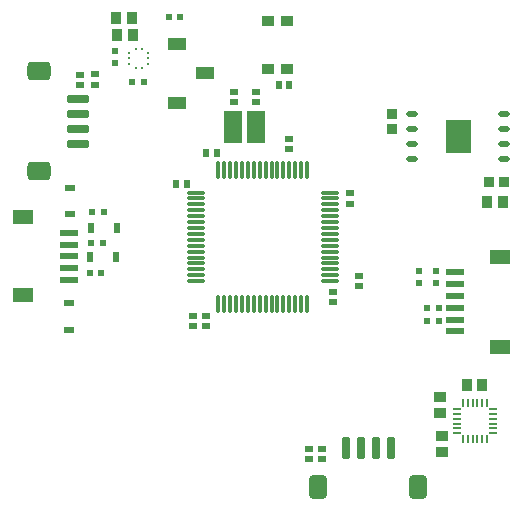
<source format=gbp>
G04*
G04 #@! TF.GenerationSoftware,Altium Limited,Altium Designer,24.10.1 (45)*
G04*
G04 Layer_Color=128*
%FSLAX25Y25*%
%MOIN*%
G70*
G04*
G04 #@! TF.SameCoordinates,1F7DBCF5-7643-4606-9888-D8ADD4ED05EF*
G04*
G04*
G04 #@! TF.FilePolarity,Positive*
G04*
G01*
G75*
%ADD21R,0.02461X0.03268*%
%ADD22R,0.01968X0.02362*%
%ADD24R,0.06102X0.02362*%
%ADD25R,0.07087X0.04724*%
%ADD27R,0.03740X0.03347*%
%ADD29R,0.02362X0.02520*%
%ADD30R,0.03937X0.03543*%
%ADD31R,0.02520X0.02362*%
%ADD32R,0.02362X0.01968*%
G04:AMPARAMS|DCode=42|XSize=27.56mil|YSize=70.87mil|CornerRadius=4.13mil|HoleSize=0mil|Usage=FLASHONLY|Rotation=90.000|XOffset=0mil|YOffset=0mil|HoleType=Round|Shape=RoundedRectangle|*
%AMROUNDEDRECTD42*
21,1,0.02756,0.06260,0,0,90.0*
21,1,0.01929,0.07087,0,0,90.0*
1,1,0.00827,0.03130,0.00965*
1,1,0.00827,0.03130,-0.00965*
1,1,0.00827,-0.03130,-0.00965*
1,1,0.00827,-0.03130,0.00965*
%
%ADD42ROUNDEDRECTD42*%
G04:AMPARAMS|DCode=43|XSize=62.99mil|YSize=78.74mil|CornerRadius=15.75mil|HoleSize=0mil|Usage=FLASHONLY|Rotation=90.000|XOffset=0mil|YOffset=0mil|HoleType=Round|Shape=RoundedRectangle|*
%AMROUNDEDRECTD43*
21,1,0.06299,0.04724,0,0,90.0*
21,1,0.03150,0.07874,0,0,90.0*
1,1,0.03150,0.02362,0.01575*
1,1,0.03150,0.02362,-0.01575*
1,1,0.03150,-0.02362,-0.01575*
1,1,0.03150,-0.02362,0.01575*
%
%ADD43ROUNDEDRECTD43*%
%ADD45R,0.03543X0.03937*%
G04:AMPARAMS|DCode=113|XSize=27.56mil|YSize=70.87mil|CornerRadius=4.13mil|HoleSize=0mil|Usage=FLASHONLY|Rotation=180.000|XOffset=0mil|YOffset=0mil|HoleType=Round|Shape=RoundedRectangle|*
%AMROUNDEDRECTD113*
21,1,0.02756,0.06260,0,0,180.0*
21,1,0.01929,0.07087,0,0,180.0*
1,1,0.00827,-0.00965,0.03130*
1,1,0.00827,0.00965,0.03130*
1,1,0.00827,0.00965,-0.03130*
1,1,0.00827,-0.00965,-0.03130*
%
%ADD113ROUNDEDRECTD113*%
G04:AMPARAMS|DCode=114|XSize=62.99mil|YSize=78.74mil|CornerRadius=15.75mil|HoleSize=0mil|Usage=FLASHONLY|Rotation=180.000|XOffset=0mil|YOffset=0mil|HoleType=Round|Shape=RoundedRectangle|*
%AMROUNDEDRECTD114*
21,1,0.06299,0.04724,0,0,180.0*
21,1,0.03150,0.07874,0,0,180.0*
1,1,0.03150,-0.01575,0.02362*
1,1,0.03150,0.01575,0.02362*
1,1,0.03150,0.01575,-0.02362*
1,1,0.03150,-0.01575,-0.02362*
%
%ADD114ROUNDEDRECTD114*%
G04:AMPARAMS|DCode=116|XSize=37.01mil|YSize=17.32mil|CornerRadius=6.06mil|HoleSize=0mil|Usage=FLASHONLY|Rotation=0.000|XOffset=0mil|YOffset=0mil|HoleType=Round|Shape=RoundedRectangle|*
%AMROUNDEDRECTD116*
21,1,0.03701,0.00520,0,0,0.0*
21,1,0.02488,0.01732,0,0,0.0*
1,1,0.01213,0.01244,-0.00260*
1,1,0.01213,-0.01244,-0.00260*
1,1,0.01213,-0.01244,0.00260*
1,1,0.01213,0.01244,0.00260*
%
%ADD116ROUNDEDRECTD116*%
%ADD117R,0.03268X0.02461*%
G04:AMPARAMS|DCode=118|XSize=25.2mil|YSize=8.66mil|CornerRadius=1.08mil|HoleSize=0mil|Usage=FLASHONLY|Rotation=180.000|XOffset=0mil|YOffset=0mil|HoleType=Round|Shape=RoundedRectangle|*
%AMROUNDEDRECTD118*
21,1,0.02520,0.00650,0,0,180.0*
21,1,0.02303,0.00866,0,0,180.0*
1,1,0.00217,-0.01152,0.00325*
1,1,0.00217,0.01152,0.00325*
1,1,0.00217,0.01152,-0.00325*
1,1,0.00217,-0.01152,-0.00325*
%
%ADD118ROUNDEDRECTD118*%
G04:AMPARAMS|DCode=119|XSize=25.2mil|YSize=8.66mil|CornerRadius=1.08mil|HoleSize=0mil|Usage=FLASHONLY|Rotation=270.000|XOffset=0mil|YOffset=0mil|HoleType=Round|Shape=RoundedRectangle|*
%AMROUNDEDRECTD119*
21,1,0.02520,0.00650,0,0,270.0*
21,1,0.02303,0.00866,0,0,270.0*
1,1,0.00217,-0.00325,-0.01152*
1,1,0.00217,-0.00325,0.01152*
1,1,0.00217,0.00325,0.01152*
1,1,0.00217,0.00325,-0.01152*
%
%ADD119ROUNDEDRECTD119*%
%ADD120R,0.03937X0.03543*%
%ADD121R,0.06299X0.03937*%
G04:AMPARAMS|DCode=122|XSize=11.02mil|YSize=57.87mil|CornerRadius=1.38mil|HoleSize=0mil|Usage=FLASHONLY|Rotation=270.000|XOffset=0mil|YOffset=0mil|HoleType=Round|Shape=RoundedRectangle|*
%AMROUNDEDRECTD122*
21,1,0.01102,0.05512,0,0,270.0*
21,1,0.00827,0.05787,0,0,270.0*
1,1,0.00276,-0.02756,-0.00413*
1,1,0.00276,-0.02756,0.00413*
1,1,0.00276,0.02756,0.00413*
1,1,0.00276,0.02756,-0.00413*
%
%ADD122ROUNDEDRECTD122*%
G04:AMPARAMS|DCode=123|XSize=57.87mil|YSize=11.02mil|CornerRadius=1.38mil|HoleSize=0mil|Usage=FLASHONLY|Rotation=270.000|XOffset=0mil|YOffset=0mil|HoleType=Round|Shape=RoundedRectangle|*
%AMROUNDEDRECTD123*
21,1,0.05787,0.00827,0,0,270.0*
21,1,0.05512,0.01102,0,0,270.0*
1,1,0.00276,-0.00413,-0.02756*
1,1,0.00276,-0.00413,0.02756*
1,1,0.00276,0.00413,0.02756*
1,1,0.00276,0.00413,-0.02756*
%
%ADD123ROUNDEDRECTD123*%
%ADD124R,0.05906X0.10630*%
%ADD125R,0.03347X0.03740*%
%ADD126R,0.01000X0.01100*%
%ADD127R,0.01100X0.01000*%
G36*
X158717Y136276D02*
X150251D01*
Y125569D01*
X158717D01*
Y136276D01*
D02*
G37*
D21*
X32020Y100400D02*
D03*
X40780D02*
D03*
X31500Y90800D02*
D03*
X40260D02*
D03*
D22*
X144032Y69500D02*
D03*
X147968D02*
D03*
X144032Y73600D02*
D03*
X147968D02*
D03*
X32432Y105800D02*
D03*
X36369D02*
D03*
X31900Y95300D02*
D03*
X35837D02*
D03*
X31532Y85400D02*
D03*
X35469D02*
D03*
X57832Y170900D02*
D03*
X61769D02*
D03*
X49524Y148972D02*
D03*
X45587D02*
D03*
D24*
X153191Y77777D02*
D03*
Y65966D02*
D03*
Y69903D02*
D03*
Y73840D02*
D03*
Y81714D02*
D03*
Y85651D02*
D03*
X24616Y83094D02*
D03*
Y90968D02*
D03*
Y94905D02*
D03*
Y98842D02*
D03*
Y87031D02*
D03*
D25*
X168447Y60848D02*
D03*
Y90769D02*
D03*
X9360Y77976D02*
D03*
Y103960D02*
D03*
D27*
X132200Y138559D02*
D03*
Y133441D02*
D03*
D29*
X60468Y115000D02*
D03*
X63932D02*
D03*
X70368Y125400D02*
D03*
X73832D02*
D03*
X94506Y148025D02*
D03*
X97970D02*
D03*
D30*
X149100Y31058D02*
D03*
Y25743D02*
D03*
X148300Y38743D02*
D03*
Y44058D02*
D03*
D31*
X109100Y26832D02*
D03*
Y23368D02*
D03*
X33200Y148168D02*
D03*
Y151632D02*
D03*
X104600Y23368D02*
D03*
Y26832D02*
D03*
X87034Y142338D02*
D03*
Y145802D02*
D03*
X79534Y142270D02*
D03*
Y145735D02*
D03*
X118234Y112002D02*
D03*
Y108538D02*
D03*
X98100Y130132D02*
D03*
Y126668D02*
D03*
X112700Y75668D02*
D03*
Y79132D02*
D03*
X70434Y67606D02*
D03*
Y71070D02*
D03*
X65834Y67638D02*
D03*
Y71102D02*
D03*
X121200Y84432D02*
D03*
Y80968D02*
D03*
X28361Y151397D02*
D03*
Y147932D02*
D03*
D32*
X141300Y85969D02*
D03*
Y82032D02*
D03*
X147000Y85969D02*
D03*
Y82032D02*
D03*
X39924Y159309D02*
D03*
Y155372D02*
D03*
D42*
X27747Y133504D02*
D03*
Y143347D02*
D03*
Y128583D02*
D03*
Y138425D02*
D03*
D43*
X14755Y152598D02*
D03*
Y119331D02*
D03*
D45*
X157162Y48206D02*
D03*
X162477D02*
D03*
X169257Y109100D02*
D03*
X163943D02*
D03*
X45858Y164600D02*
D03*
X40543D02*
D03*
X45757Y170500D02*
D03*
X40442D02*
D03*
D113*
X121985Y27053D02*
D03*
X131828D02*
D03*
X117064D02*
D03*
X126906D02*
D03*
D114*
X141079Y14061D02*
D03*
X107812D02*
D03*
D116*
X169819Y123423D02*
D03*
Y138423D02*
D03*
Y133423D02*
D03*
Y128423D02*
D03*
X139150Y123423D02*
D03*
Y138423D02*
D03*
Y133423D02*
D03*
Y128423D02*
D03*
D117*
X25000Y105020D02*
D03*
Y113780D02*
D03*
X24800Y75280D02*
D03*
Y66520D02*
D03*
D118*
X166079Y32065D02*
D03*
Y33639D02*
D03*
Y35214D02*
D03*
Y36789D02*
D03*
Y38364D02*
D03*
Y39939D02*
D03*
X153914D02*
D03*
Y38364D02*
D03*
Y36789D02*
D03*
Y35214D02*
D03*
Y33639D02*
D03*
Y32065D02*
D03*
D119*
X163934Y42084D02*
D03*
X162359D02*
D03*
X160784D02*
D03*
X159210D02*
D03*
X157635D02*
D03*
X156060D02*
D03*
Y29919D02*
D03*
X157635D02*
D03*
X159210D02*
D03*
X160784D02*
D03*
X162359D02*
D03*
X163934D02*
D03*
D120*
X91120Y169482D02*
D03*
Y153340D02*
D03*
X97419Y169482D02*
D03*
Y153340D02*
D03*
D121*
X70149Y152058D02*
D03*
X60700Y142215D02*
D03*
Y161900D02*
D03*
D122*
X111557Y112234D02*
D03*
Y110265D02*
D03*
Y108297D02*
D03*
Y106328D02*
D03*
Y104360D02*
D03*
Y102391D02*
D03*
Y100423D02*
D03*
Y98454D02*
D03*
Y96486D02*
D03*
Y94517D02*
D03*
Y92549D02*
D03*
Y90580D02*
D03*
Y88612D02*
D03*
Y86643D02*
D03*
Y84675D02*
D03*
Y82706D02*
D03*
X66911D02*
D03*
Y84675D02*
D03*
Y86643D02*
D03*
Y88612D02*
D03*
Y90580D02*
D03*
Y92549D02*
D03*
Y94517D02*
D03*
Y96486D02*
D03*
Y98454D02*
D03*
Y100423D02*
D03*
Y102391D02*
D03*
Y104360D02*
D03*
Y106328D02*
D03*
Y108297D02*
D03*
Y110265D02*
D03*
Y112234D02*
D03*
D123*
X74470Y119793D02*
D03*
X76439D02*
D03*
X78407D02*
D03*
X80376D02*
D03*
X82344D02*
D03*
X84313D02*
D03*
X86281D02*
D03*
X88250D02*
D03*
X90218D02*
D03*
X92187D02*
D03*
X94155D02*
D03*
X96124D02*
D03*
X98092D02*
D03*
X100061D02*
D03*
X102029D02*
D03*
X103998D02*
D03*
Y75147D02*
D03*
X102029D02*
D03*
X100061D02*
D03*
X98092D02*
D03*
X96124D02*
D03*
X94155D02*
D03*
X92187D02*
D03*
X90218D02*
D03*
X88250D02*
D03*
X86281D02*
D03*
X84313D02*
D03*
X82344D02*
D03*
X80376D02*
D03*
X78407D02*
D03*
X76439D02*
D03*
X74470D02*
D03*
D124*
X86834Y133970D02*
D03*
X79353D02*
D03*
D125*
X169659Y115600D02*
D03*
X164541D02*
D03*
D126*
X48884Y153832D02*
D03*
X46916D02*
D03*
Y160031D02*
D03*
X48884D02*
D03*
D127*
X44800Y154963D02*
D03*
Y156931D02*
D03*
Y158900D02*
D03*
X51000D02*
D03*
Y156931D02*
D03*
Y154963D02*
D03*
M02*

</source>
